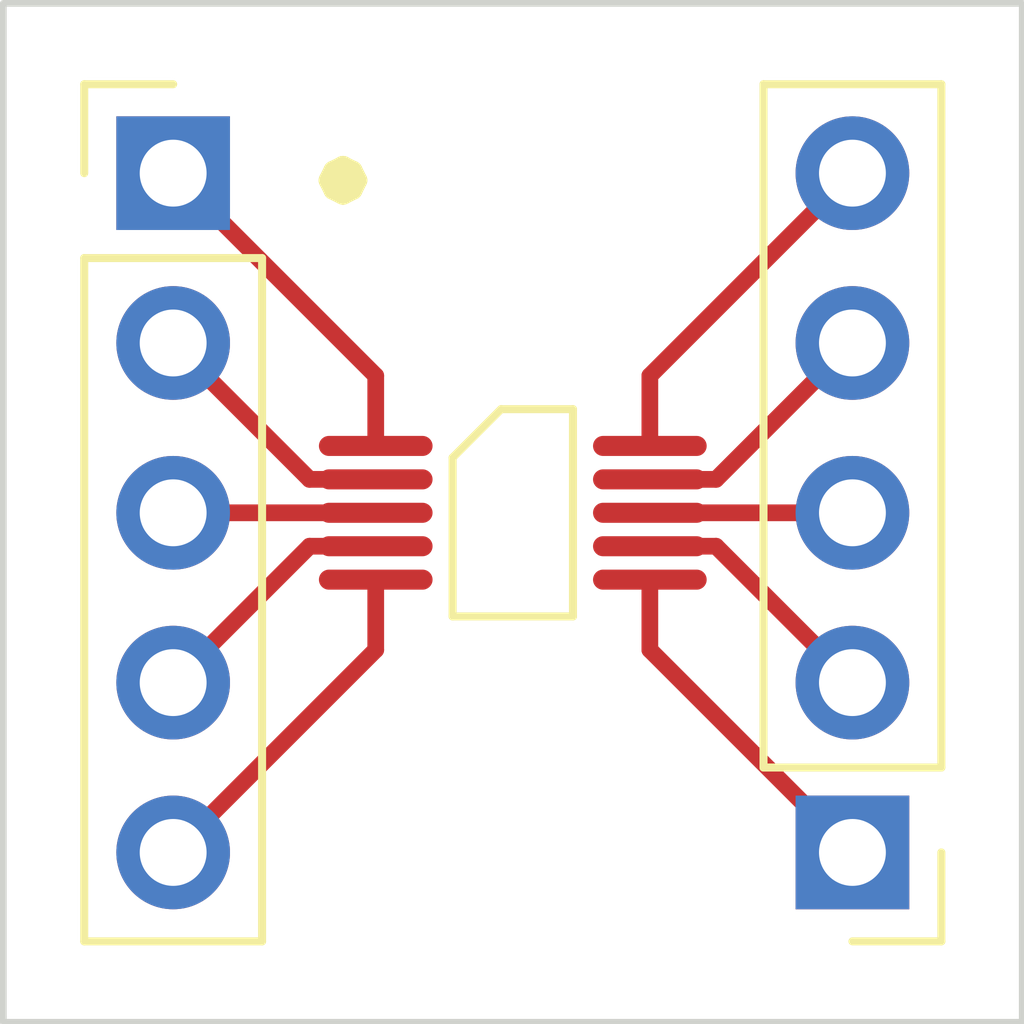
<source format=kicad_pcb>
(kicad_pcb (version 20211014) (generator pcbnew)
  (title_block (date "2022-02-25"))
  (layers (0 "F.Cu" signal) (31 "B.Cu" signal) (34 "B.Paste" user) (35 "F.Paste" user) (36 "B.SilkS" user "B.Silkscreen") (37 "F.SilkS" user "F.Silkscreen") (38 "B.Mask" user) (39 "F.Mask" user) (44 "Edge.Cuts" user))
  (net 0 "")
  (net 1 "Net-(U1-Pad10)")
  (net 2 "Net-(U1-Pad6)")
  (net 3 "Net-(U1-Pad5)")
  (net 4 "Net-(U1-Pad2)")
  (net 5 "Net-(U1-Pad3)")
  (net 6 "Net-(U1-Pad4)")
  (net 7 "Net-(U1-Pad7)")
  (net 8 "Net-(U1-Pad9)")
  (net 9 "Net-(U1-Pad1)")
  (net 10 "Net-(U1-Pad8)")
  (footprint "Connector_PinHeader_2.54mm:PinHeader_1x05_P2.54mm_Vertical" (layer "F.Cu") (at 154.94 68.58 180)
    (fp_text reference "J2" hide)
    (fp_text value "Conn_01x05_Female")
    (fp_line (start -1.33 1.27) (end -1.33 11.49) (layer "F.SilkS") (width 0.12))
    (fp_line (start -1.33 0) (end -1.33 -1.33) (layer "F.SilkS") (width 0.12))
    (fp_line (start -1.33 11.49) (end 1.33 11.49) (layer "F.SilkS") (width 0.12))
    (fp_line (start -1.33 1.27) (end 1.33 1.27) (layer "F.SilkS") (width 0.12))
    (fp_line (start 1.33 1.27) (end 1.33 11.49) (layer "F.SilkS") (width 0.12))
    (fp_line (start -1.33 -1.33) (end 0 -1.33) (layer "F.SilkS") (width 0.12))
    (pad "1" thru_hole rect (at 0 0 180) (size 1.7 1.7) (drill 1) (layers *.Cu *.Mask) (net 2 "Net-(U1-Pad6)"))
    (pad "2" thru_hole oval (at 0 2.54 180) (size 1.7 1.7) (drill 1) (layers *.Cu *.Mask) (net 7 "Net-(U1-Pad7)"))
    (pad "3" thru_hole oval (at 0 5.08 180) (size 1.7 1.7) (drill 1) (layers *.Cu *.Mask) (net 10 "Net-(U1-Pad8)"))
    (pad "4" thru_hole oval (at 0 7.62 180) (size 1.7 1.7) (drill 1) (layers *.Cu *.Mask) (net 8 "Net-(U1-Pad9)"))
    (pad "5" thru_hole oval (at 0 10.16 180) (size 1.7 1.7) (drill 1) (layers *.Cu *.Mask) (net 1 "Net-(U1-Pad10)"))
  )
  (footprint "Connector_PinHeader_2.54mm:PinHeader_1x05_P2.54mm_Vertical" (layer "F.Cu") (at 144.78 58.42)
    (fp_text reference "J1" hide)
    (fp_text value "Conn_01x05_Female")
    (fp_line (start -1.33 1.27) (end 1.33 1.27) (layer "F.SilkS") (width 0.12))
    (fp_line (start -1.33 -1.33) (end 0 -1.33) (layer "F.SilkS") (width 0.12))
    (fp_line (start 1.33 1.27) (end 1.33 11.49) (layer "F.SilkS") (width 0.12))
    (fp_line (start -1.33 0) (end -1.33 -1.33) (layer "F.SilkS") (width 0.12))
    (fp_line (start -1.33 11.49) (end 1.33 11.49) (layer "F.SilkS") (width 0.12))
    (fp_line (start -1.33 1.27) (end -1.33 11.49) (layer "F.SilkS") (width 0.12))
    (pad "1" thru_hole rect (at 0 0) (size 1.7 1.7) (drill 1) (layers *.Cu *.Mask) (net 9 "Net-(U1-Pad1)"))
    (pad "2" thru_hole oval (at 0 2.54) (size 1.7 1.7) (drill 1) (layers *.Cu *.Mask) (net 4 "Net-(U1-Pad2)"))
    (pad "3" thru_hole oval (at 0 5.08) (size 1.7 1.7) (drill 1) (layers *.Cu *.Mask) (net 5 "Net-(U1-Pad3)"))
    (pad "4" thru_hole oval (at 0 7.62) (size 1.7 1.7) (drill 1) (layers *.Cu *.Mask) (net 6 "Net-(U1-Pad4)"))
    (pad "5" thru_hole oval (at 0 10.16) (size 1.7 1.7) (drill 1) (layers *.Cu *.Mask) (net 3 "Net-(U1-Pad5)"))
  )
  (footprint "DRV2605LDGSR:DRV2605LDGSR" (layer "F.Cu") (at 149.86 63.5)
    (fp_text reference "U1" hide)
    (fp_text value "DRV2605LDGSR" hide)
    (fp_line (start -0.174998 -1.549999) (end 0.900001 -1.549999) (layer "F.SilkS") (width 0.12))
    (fp_line (start 0.900001 1.549999) (end 0.900001 -1.549999) (layer "F.SilkS") (width 0.12))
    (fp_line (start -0.900001 -0.824997) (end -0.174998 -1.549999) (layer "F.SilkS") (width 0.12))
    (fp_line (start -0.900001 1.549999) (end 0.900001 1.549999) (layer "F.SilkS") (width 0.12))
    (fp_line (start -0.900001 1.549999) (end -0.900001 -0.824997) (layer "F.SilkS") (width 0.12))
    (pad "1" smd oval locked (at -2.049998 -1.000001 90) (size 0.299999 1.699999) (layers "F.Cu" "F.Paste" "F.Mask") (net 9 "Net-(U1-Pad1)"))
    (pad "2" smd oval locked (at -2.049998 -0.500002 90) (size 0.299999 1.699999) (layers "F.Cu" "F.Paste" "F.Mask") (net 4 "Net-(U1-Pad2)"))
    (pad "3" smd oval locked (at -2.049998 0 90) (size 0.299999 1.699999) (layers "F.Cu" "F.Paste" "F.Mask") (net 5 "Net-(U1-Pad3)"))
    (pad "4" smd oval locked (at -2.049998 0.499999 90) (size 0.299999 1.699999) (layers "F.Cu" "F.Paste" "F.Mask") (net 6 "Net-(U1-Pad4)"))
    (pad "5" smd oval locked (at -2.049998 1.000001 90) (size 0.299999 1.699999) (layers "F.Cu" "F.Paste" "F.Mask") (net 3 "Net-(U1-Pad5)"))
    (pad "6" smd oval locked (at 2.050001 1.000001 90) (size 0.299999 1.699999) (layers "F.Cu" "F.Paste" "F.Mask") (net 2 "Net-(U1-Pad6)"))
    (pad "7" smd oval locked (at 2.050001 0.499999 90) (size 0.299999 1.699999) (layers "F.Cu" "F.Paste" "F.Mask") (net 7 "Net-(U1-Pad7)"))
    (pad "8" smd oval locked (at 2.050001 0 90) (size 0.299999 1.699999) (layers "F.Cu" "F.Paste" "F.Mask") (net 10 "Net-(U1-Pad8)"))
    (pad "9" smd oval locked (at 2.050001 -0.500002 90) (size 0.299999 1.699999) (layers "F.Cu" "F.Paste" "F.Mask") (net 8 "Net-(U1-Pad9)"))
    (pad "10" smd oval locked (at 2.050001 -1.000001 90) (size 0.299999 1.699999) (layers "F.Cu" "F.Paste" "F.Mask") (net 1 "Net-(U1-Pad10)"))
  )
  (gr_rect (start 142.24 55.88) (end 157.48 71.12) (layer "Edge.Cuts") (width 0.1) (fill none))
  (gr_text "•" (at 147.32 58.42) (layer "F.SilkS") (effects (font (size 1.5 1.5) (thickness 0.3))))
  (segment (start 154.94 58.42) (end 151.910001 61.449999) (width 0.25) (layer "F.Cu") (net 1))
  (segment (start 151.910001 61.449999) (end 151.910001 62.499999) (width 0.25) (layer "F.Cu") (net 1))
  (segment (start 151.910001 65.550001) (end 151.910001 64.500001) (width 0.25) (layer "F.Cu") (net 2))
  (segment (start 154.94 68.58) (end 151.910001 65.550001) (width 0.25) (layer "F.Cu") (net 2))
  (segment (start 144.78 68.58) (end 147.810002 65.549998) (width 0.25) (layer "F.Cu") (net 3))
  (segment (start 147.810002 65.549998) (end 147.810002 64.500001) (width 0.25) (layer "F.Cu") (net 3))
  (segment (start 146.819998 62.999998) (end 147.810002 62.999998) (width 0.25) (layer "F.Cu") (net 4))
  (segment (start 144.78 60.96) (end 146.819998 62.999998) (width 0.25) (layer "F.Cu") (net 4))
  (segment (start 144.78 63.5) (end 147.810002 63.5) (width 0.25) (layer "F.Cu") (net 5))
  (segment (start 146.820001 63.999999) (end 147.810002 63.999999) (width 0.25) (layer "F.Cu") (net 6))
  (segment (start 144.78 66.04) (end 146.820001 63.999999) (width 0.25) (layer "F.Cu") (net 6))
  (segment (start 154.94 66.04) (end 152.899999 63.999999) (width 0.25) (layer "F.Cu") (net 7))
  (segment (start 152.899999 63.999999) (end 151.910001 63.999999) (width 0.25) (layer "F.Cu") (net 7))
  (segment (start 154.94 60.96) (end 152.900002 62.999998) (width 0.25) (layer "F.Cu") (net 8))
  (segment (start 152.900002 62.999998) (end 151.910001 62.999998) (width 0.25) (layer "F.Cu") (net 8))
  (segment (start 144.78 58.42) (end 147.810002 61.450002) (width 0.25) (layer "F.Cu") (net 9))
  (segment (start 147.810002 61.450002) (end 147.810002 62.499999) (width 0.25) (layer "F.Cu") (net 9))
  (segment (start 154.94 63.5) (end 151.910001 63.5) (width 0.25) (layer "F.Cu") (net 10))
)
</source>
